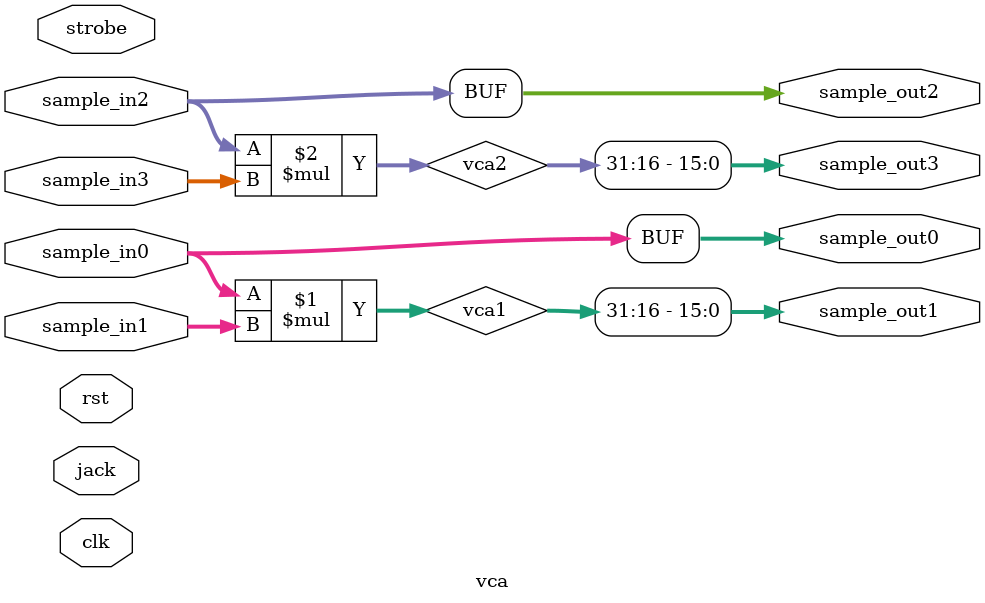
<source format=sv>
module vca #(
    parameter W = 16
)(
    input rst,
    input clk,
    input strobe,
    input signed [W-1:0] sample_in0,
    input signed [W-1:0] sample_in1,
    input signed [W-1:0] sample_in2,
    input signed [W-1:0] sample_in3,
    output signed [W-1:0] sample_out0,
    output signed [W-1:0] sample_out1,
    output signed [W-1:0] sample_out2,
    output signed [W-1:0] sample_out3,
    input [7:0] jack
);

logic signed [(W*2)-1:0] vca1;
logic signed [(W*2)-1:0] vca2;

assign vca1 = sample_in0 * sample_in1;
assign vca2 = sample_in2 * sample_in3;

assign sample_out0 = sample_in0;
assign sample_out1 = W'(vca1 >>> W);
assign sample_out2 = sample_in2;
assign sample_out3 = W'(vca2 >>> W);

endmodule

</source>
